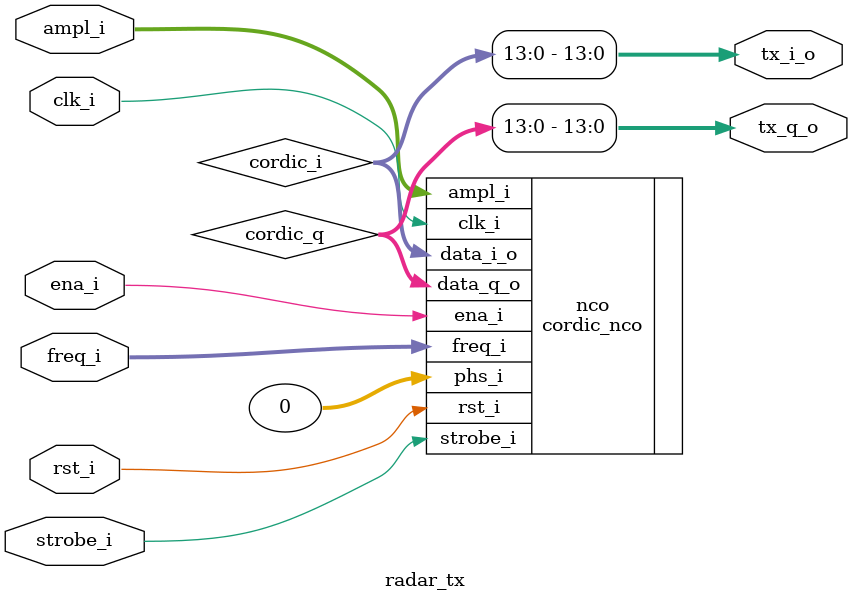
<source format=v>

module radar_tx(clk_i,rst_i,ena_i,strobe_i,ampl_i,freq_i,tx_i_o,tx_q_o);
   // System control
   input clk_i;
   input rst_i;
   input ena_i;
   input strobe_i;
   
   // Configuration
   input [15:0]  ampl_i;
   input [31:0]  freq_i;
   
   // Output
   output [13:0] tx_i_o;
   output [13:0] tx_q_o;

   wire [15:0] 	 cordic_i, cordic_q;

   cordic_nco nco(.clk_i(clk_i),.rst_i(rst_i),.ena_i(ena_i),.strobe_i(strobe_i),
		  .ampl_i(ampl_i),.freq_i(freq_i),.phs_i(0),
		  .data_i_o(cordic_i),.data_q_o(cordic_q));

   assign 	 tx_i_o = cordic_i[13:0];
   assign 	 tx_q_o = cordic_q[13:0];
	  
endmodule // radar_tx

</source>
